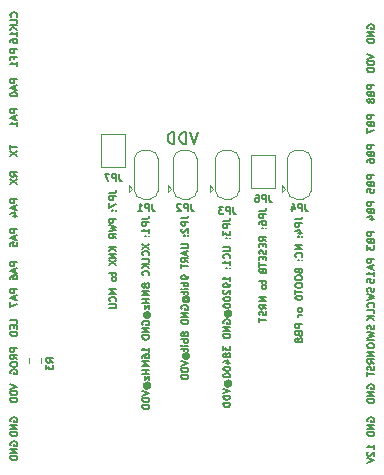
<source format=gbr>
%TF.GenerationSoftware,KiCad,Pcbnew,6.0.6*%
%TF.CreationDate,2022-11-11T11:54:06+01:00*%
%TF.ProjectId,KnxBoard,4b6e7842-6f61-4726-942e-6b696361645f,rev?*%
%TF.SameCoordinates,Original*%
%TF.FileFunction,Legend,Bot*%
%TF.FilePolarity,Positive*%
%FSLAX46Y46*%
G04 Gerber Fmt 4.6, Leading zero omitted, Abs format (unit mm)*
G04 Created by KiCad (PCBNEW 6.0.6) date 2022-11-11 11:54:06*
%MOMM*%
%LPD*%
G01*
G04 APERTURE LIST*
%ADD10C,0.150000*%
%ADD11C,0.120000*%
G04 APERTURE END LIST*
D10*
X112193428Y-52812000D02*
X112622000Y-52812000D01*
X112707714Y-52783428D01*
X112764857Y-52726285D01*
X112793428Y-52640571D01*
X112793428Y-52583428D01*
X112793428Y-53097714D02*
X112193428Y-53097714D01*
X112193428Y-53326285D01*
X112222000Y-53383428D01*
X112250571Y-53412000D01*
X112307714Y-53440571D01*
X112393428Y-53440571D01*
X112450571Y-53412000D01*
X112479142Y-53383428D01*
X112507714Y-53326285D01*
X112507714Y-53097714D01*
X112393428Y-53954857D02*
X112793428Y-53954857D01*
X112164857Y-53812000D02*
X112593428Y-53669142D01*
X112593428Y-54040571D01*
X112736285Y-54269142D02*
X112764857Y-54297714D01*
X112793428Y-54269142D01*
X112764857Y-54240571D01*
X112736285Y-54269142D01*
X112793428Y-54269142D01*
X112422000Y-54269142D02*
X112450571Y-54297714D01*
X112479142Y-54269142D01*
X112450571Y-54240571D01*
X112422000Y-54269142D01*
X112479142Y-54269142D01*
X112793428Y-55012000D02*
X112193428Y-55012000D01*
X112793428Y-55354857D01*
X112193428Y-55354857D01*
X112736285Y-55983428D02*
X112764857Y-55954857D01*
X112793428Y-55869142D01*
X112793428Y-55812000D01*
X112764857Y-55726285D01*
X112707714Y-55669142D01*
X112650571Y-55640571D01*
X112536285Y-55612000D01*
X112450571Y-55612000D01*
X112336285Y-55640571D01*
X112279142Y-55669142D01*
X112222000Y-55726285D01*
X112193428Y-55812000D01*
X112193428Y-55869142D01*
X112222000Y-55954857D01*
X112250571Y-55983428D01*
X112736285Y-56240571D02*
X112764857Y-56269142D01*
X112793428Y-56240571D01*
X112764857Y-56212000D01*
X112736285Y-56240571D01*
X112793428Y-56240571D01*
X112422000Y-56240571D02*
X112450571Y-56269142D01*
X112479142Y-56240571D01*
X112450571Y-56212000D01*
X112422000Y-56240571D01*
X112479142Y-56240571D01*
X112479142Y-57183428D02*
X112507714Y-57269142D01*
X112536285Y-57297714D01*
X112593428Y-57326285D01*
X112679142Y-57326285D01*
X112736285Y-57297714D01*
X112764857Y-57269142D01*
X112793428Y-57212000D01*
X112793428Y-56983428D01*
X112193428Y-56983428D01*
X112193428Y-57183428D01*
X112222000Y-57240571D01*
X112250571Y-57269142D01*
X112307714Y-57297714D01*
X112364857Y-57297714D01*
X112422000Y-57269142D01*
X112450571Y-57240571D01*
X112479142Y-57183428D01*
X112479142Y-56983428D01*
X112193428Y-57697714D02*
X112193428Y-57812000D01*
X112222000Y-57869142D01*
X112279142Y-57926285D01*
X112393428Y-57954857D01*
X112593428Y-57954857D01*
X112707714Y-57926285D01*
X112764857Y-57869142D01*
X112793428Y-57812000D01*
X112793428Y-57697714D01*
X112764857Y-57640571D01*
X112707714Y-57583428D01*
X112593428Y-57554857D01*
X112393428Y-57554857D01*
X112279142Y-57583428D01*
X112222000Y-57640571D01*
X112193428Y-57697714D01*
X112193428Y-58326285D02*
X112193428Y-58440571D01*
X112222000Y-58497714D01*
X112279142Y-58554857D01*
X112393428Y-58583428D01*
X112593428Y-58583428D01*
X112707714Y-58554857D01*
X112764857Y-58497714D01*
X112793428Y-58440571D01*
X112793428Y-58326285D01*
X112764857Y-58269142D01*
X112707714Y-58212000D01*
X112593428Y-58183428D01*
X112393428Y-58183428D01*
X112279142Y-58212000D01*
X112222000Y-58269142D01*
X112193428Y-58326285D01*
X112193428Y-58754857D02*
X112193428Y-59097714D01*
X112793428Y-58926285D02*
X112193428Y-58926285D01*
X112193428Y-59412000D02*
X112193428Y-59469142D01*
X112222000Y-59526285D01*
X112250571Y-59554857D01*
X112307714Y-59583428D01*
X112422000Y-59612000D01*
X112564857Y-59612000D01*
X112679142Y-59583428D01*
X112736285Y-59554857D01*
X112764857Y-59526285D01*
X112793428Y-59469142D01*
X112793428Y-59412000D01*
X112764857Y-59354857D01*
X112736285Y-59326285D01*
X112679142Y-59297714D01*
X112564857Y-59269142D01*
X112422000Y-59269142D01*
X112307714Y-59297714D01*
X112250571Y-59326285D01*
X112222000Y-59354857D01*
X112193428Y-59412000D01*
X112793428Y-60412000D02*
X112764857Y-60354857D01*
X112736285Y-60326285D01*
X112679142Y-60297714D01*
X112507714Y-60297714D01*
X112450571Y-60326285D01*
X112422000Y-60354857D01*
X112393428Y-60412000D01*
X112393428Y-60497714D01*
X112422000Y-60554857D01*
X112450571Y-60583428D01*
X112507714Y-60612000D01*
X112679142Y-60612000D01*
X112736285Y-60583428D01*
X112764857Y-60554857D01*
X112793428Y-60497714D01*
X112793428Y-60412000D01*
X112793428Y-60869142D02*
X112393428Y-60869142D01*
X112507714Y-60869142D02*
X112450571Y-60897714D01*
X112422000Y-60926285D01*
X112393428Y-60983428D01*
X112393428Y-61040571D01*
X112793428Y-61697714D02*
X112193428Y-61697714D01*
X112193428Y-61926285D01*
X112222000Y-61983428D01*
X112250571Y-62012000D01*
X112307714Y-62040571D01*
X112393428Y-62040571D01*
X112450571Y-62012000D01*
X112479142Y-61983428D01*
X112507714Y-61926285D01*
X112507714Y-61697714D01*
X112479142Y-62497714D02*
X112507714Y-62583428D01*
X112536285Y-62612000D01*
X112593428Y-62640571D01*
X112679142Y-62640571D01*
X112736285Y-62612000D01*
X112764857Y-62583428D01*
X112793428Y-62526285D01*
X112793428Y-62297714D01*
X112193428Y-62297714D01*
X112193428Y-62497714D01*
X112222000Y-62554857D01*
X112250571Y-62583428D01*
X112307714Y-62612000D01*
X112364857Y-62612000D01*
X112422000Y-62583428D01*
X112450571Y-62554857D01*
X112479142Y-62497714D01*
X112479142Y-62297714D01*
X112450571Y-62983428D02*
X112422000Y-62926285D01*
X112393428Y-62897714D01*
X112336285Y-62869142D01*
X112307714Y-62869142D01*
X112250571Y-62897714D01*
X112222000Y-62926285D01*
X112193428Y-62983428D01*
X112193428Y-63097714D01*
X112222000Y-63154857D01*
X112250571Y-63183428D01*
X112307714Y-63212000D01*
X112336285Y-63212000D01*
X112393428Y-63183428D01*
X112422000Y-63154857D01*
X112450571Y-63097714D01*
X112450571Y-62983428D01*
X112479142Y-62926285D01*
X112507714Y-62897714D01*
X112564857Y-62869142D01*
X112679142Y-62869142D01*
X112736285Y-62897714D01*
X112764857Y-62926285D01*
X112793428Y-62983428D01*
X112793428Y-63097714D01*
X112764857Y-63154857D01*
X112736285Y-63183428D01*
X112679142Y-63212000D01*
X112564857Y-63212000D01*
X112507714Y-63183428D01*
X112479142Y-63154857D01*
X112450571Y-63097714D01*
X109145428Y-52084857D02*
X109574000Y-52084857D01*
X109659714Y-52056285D01*
X109716857Y-51999142D01*
X109745428Y-51913428D01*
X109745428Y-51856285D01*
X109745428Y-52370571D02*
X109145428Y-52370571D01*
X109145428Y-52599142D01*
X109174000Y-52656285D01*
X109202571Y-52684857D01*
X109259714Y-52713428D01*
X109345428Y-52713428D01*
X109402571Y-52684857D01*
X109431142Y-52656285D01*
X109459714Y-52599142D01*
X109459714Y-52370571D01*
X109145428Y-53227714D02*
X109145428Y-53113428D01*
X109174000Y-53056285D01*
X109202571Y-53027714D01*
X109288285Y-52970571D01*
X109402571Y-52942000D01*
X109631142Y-52942000D01*
X109688285Y-52970571D01*
X109716857Y-52999142D01*
X109745428Y-53056285D01*
X109745428Y-53170571D01*
X109716857Y-53227714D01*
X109688285Y-53256285D01*
X109631142Y-53284857D01*
X109488285Y-53284857D01*
X109431142Y-53256285D01*
X109402571Y-53227714D01*
X109374000Y-53170571D01*
X109374000Y-53056285D01*
X109402571Y-52999142D01*
X109431142Y-52970571D01*
X109488285Y-52942000D01*
X109688285Y-53542000D02*
X109716857Y-53570571D01*
X109745428Y-53542000D01*
X109716857Y-53513428D01*
X109688285Y-53542000D01*
X109745428Y-53542000D01*
X109374000Y-53542000D02*
X109402571Y-53570571D01*
X109431142Y-53542000D01*
X109402571Y-53513428D01*
X109374000Y-53542000D01*
X109431142Y-53542000D01*
X109745428Y-54627714D02*
X109459714Y-54427714D01*
X109745428Y-54284857D02*
X109145428Y-54284857D01*
X109145428Y-54513428D01*
X109174000Y-54570571D01*
X109202571Y-54599142D01*
X109259714Y-54627714D01*
X109345428Y-54627714D01*
X109402571Y-54599142D01*
X109431142Y-54570571D01*
X109459714Y-54513428D01*
X109459714Y-54284857D01*
X109431142Y-54884857D02*
X109431142Y-55084857D01*
X109745428Y-55170571D02*
X109745428Y-54884857D01*
X109145428Y-54884857D01*
X109145428Y-55170571D01*
X109716857Y-55399142D02*
X109745428Y-55484857D01*
X109745428Y-55627714D01*
X109716857Y-55684857D01*
X109688285Y-55713428D01*
X109631142Y-55742000D01*
X109574000Y-55742000D01*
X109516857Y-55713428D01*
X109488285Y-55684857D01*
X109459714Y-55627714D01*
X109431142Y-55513428D01*
X109402571Y-55456285D01*
X109374000Y-55427714D01*
X109316857Y-55399142D01*
X109259714Y-55399142D01*
X109202571Y-55427714D01*
X109174000Y-55456285D01*
X109145428Y-55513428D01*
X109145428Y-55656285D01*
X109174000Y-55742000D01*
X109431142Y-55999142D02*
X109431142Y-56199142D01*
X109745428Y-56284857D02*
X109745428Y-55999142D01*
X109145428Y-55999142D01*
X109145428Y-56284857D01*
X109145428Y-56456285D02*
X109145428Y-56799142D01*
X109745428Y-56627714D02*
X109145428Y-56627714D01*
X109431142Y-57199142D02*
X109459714Y-57284857D01*
X109488285Y-57313428D01*
X109545428Y-57342000D01*
X109631142Y-57342000D01*
X109688285Y-57313428D01*
X109716857Y-57284857D01*
X109745428Y-57227714D01*
X109745428Y-56999142D01*
X109145428Y-56999142D01*
X109145428Y-57199142D01*
X109174000Y-57256285D01*
X109202571Y-57284857D01*
X109259714Y-57313428D01*
X109316857Y-57313428D01*
X109374000Y-57284857D01*
X109402571Y-57256285D01*
X109431142Y-57199142D01*
X109431142Y-56999142D01*
X109345428Y-57970571D02*
X109345428Y-58199142D01*
X109145428Y-58056285D02*
X109659714Y-58056285D01*
X109716857Y-58084857D01*
X109745428Y-58142000D01*
X109745428Y-58199142D01*
X109745428Y-58484857D02*
X109716857Y-58427714D01*
X109688285Y-58399142D01*
X109631142Y-58370571D01*
X109459714Y-58370571D01*
X109402571Y-58399142D01*
X109374000Y-58427714D01*
X109345428Y-58484857D01*
X109345428Y-58570571D01*
X109374000Y-58627714D01*
X109402571Y-58656285D01*
X109459714Y-58684857D01*
X109631142Y-58684857D01*
X109688285Y-58656285D01*
X109716857Y-58627714D01*
X109745428Y-58570571D01*
X109745428Y-58484857D01*
X109745428Y-59399142D02*
X109145428Y-59399142D01*
X109745428Y-59742000D01*
X109145428Y-59742000D01*
X109745428Y-60370571D02*
X109459714Y-60170571D01*
X109745428Y-60027714D02*
X109145428Y-60027714D01*
X109145428Y-60256285D01*
X109174000Y-60313428D01*
X109202571Y-60342000D01*
X109259714Y-60370571D01*
X109345428Y-60370571D01*
X109402571Y-60342000D01*
X109431142Y-60313428D01*
X109459714Y-60256285D01*
X109459714Y-60027714D01*
X109716857Y-60599142D02*
X109745428Y-60684857D01*
X109745428Y-60827714D01*
X109716857Y-60884857D01*
X109688285Y-60913428D01*
X109631142Y-60942000D01*
X109574000Y-60942000D01*
X109516857Y-60913428D01*
X109488285Y-60884857D01*
X109459714Y-60827714D01*
X109431142Y-60713428D01*
X109402571Y-60656285D01*
X109374000Y-60627714D01*
X109316857Y-60599142D01*
X109259714Y-60599142D01*
X109202571Y-60627714D01*
X109174000Y-60656285D01*
X109145428Y-60713428D01*
X109145428Y-60856285D01*
X109174000Y-60942000D01*
X109145428Y-61113428D02*
X109145428Y-61456285D01*
X109745428Y-61284857D02*
X109145428Y-61284857D01*
X106097428Y-52934571D02*
X106526000Y-52934571D01*
X106611714Y-52906000D01*
X106668857Y-52848857D01*
X106697428Y-52763142D01*
X106697428Y-52706000D01*
X106697428Y-53220285D02*
X106097428Y-53220285D01*
X106097428Y-53448857D01*
X106126000Y-53506000D01*
X106154571Y-53534571D01*
X106211714Y-53563142D01*
X106297428Y-53563142D01*
X106354571Y-53534571D01*
X106383142Y-53506000D01*
X106411714Y-53448857D01*
X106411714Y-53220285D01*
X106097428Y-53763142D02*
X106097428Y-54134571D01*
X106326000Y-53934571D01*
X106326000Y-54020285D01*
X106354571Y-54077428D01*
X106383142Y-54106000D01*
X106440285Y-54134571D01*
X106583142Y-54134571D01*
X106640285Y-54106000D01*
X106668857Y-54077428D01*
X106697428Y-54020285D01*
X106697428Y-53848857D01*
X106668857Y-53791714D01*
X106640285Y-53763142D01*
X106640285Y-54391714D02*
X106668857Y-54420285D01*
X106697428Y-54391714D01*
X106668857Y-54363142D01*
X106640285Y-54391714D01*
X106697428Y-54391714D01*
X106326000Y-54391714D02*
X106354571Y-54420285D01*
X106383142Y-54391714D01*
X106354571Y-54363142D01*
X106326000Y-54391714D01*
X106383142Y-54391714D01*
X106097428Y-55134571D02*
X106583142Y-55134571D01*
X106640285Y-55163142D01*
X106668857Y-55191714D01*
X106697428Y-55248857D01*
X106697428Y-55363142D01*
X106668857Y-55420285D01*
X106640285Y-55448857D01*
X106583142Y-55477428D01*
X106097428Y-55477428D01*
X106640285Y-56106000D02*
X106668857Y-56077428D01*
X106697428Y-55991714D01*
X106697428Y-55934571D01*
X106668857Y-55848857D01*
X106611714Y-55791714D01*
X106554571Y-55763142D01*
X106440285Y-55734571D01*
X106354571Y-55734571D01*
X106240285Y-55763142D01*
X106183142Y-55791714D01*
X106126000Y-55848857D01*
X106097428Y-55934571D01*
X106097428Y-55991714D01*
X106126000Y-56077428D01*
X106154571Y-56106000D01*
X106697428Y-56677428D02*
X106697428Y-56334571D01*
X106697428Y-56506000D02*
X106097428Y-56506000D01*
X106183142Y-56448857D01*
X106240285Y-56391714D01*
X106268857Y-56334571D01*
X106640285Y-56934571D02*
X106668857Y-56963142D01*
X106697428Y-56934571D01*
X106668857Y-56906000D01*
X106640285Y-56934571D01*
X106697428Y-56934571D01*
X106326000Y-56934571D02*
X106354571Y-56963142D01*
X106383142Y-56934571D01*
X106354571Y-56906000D01*
X106326000Y-56934571D01*
X106383142Y-56934571D01*
X106697428Y-57991714D02*
X106697428Y-57648857D01*
X106697428Y-57820285D02*
X106097428Y-57820285D01*
X106183142Y-57763142D01*
X106240285Y-57706000D01*
X106268857Y-57648857D01*
X106697428Y-58277428D02*
X106697428Y-58391714D01*
X106668857Y-58448857D01*
X106640285Y-58477428D01*
X106554571Y-58534571D01*
X106440285Y-58563142D01*
X106211714Y-58563142D01*
X106154571Y-58534571D01*
X106126000Y-58506000D01*
X106097428Y-58448857D01*
X106097428Y-58334571D01*
X106126000Y-58277428D01*
X106154571Y-58248857D01*
X106211714Y-58220285D01*
X106354571Y-58220285D01*
X106411714Y-58248857D01*
X106440285Y-58277428D01*
X106468857Y-58334571D01*
X106468857Y-58448857D01*
X106440285Y-58506000D01*
X106411714Y-58534571D01*
X106354571Y-58563142D01*
X106154571Y-58791714D02*
X106126000Y-58820285D01*
X106097428Y-58877428D01*
X106097428Y-59020285D01*
X106126000Y-59077428D01*
X106154571Y-59106000D01*
X106211714Y-59134571D01*
X106268857Y-59134571D01*
X106354571Y-59106000D01*
X106697428Y-58763142D01*
X106697428Y-59134571D01*
X106097428Y-59506000D02*
X106097428Y-59563142D01*
X106126000Y-59620285D01*
X106154571Y-59648857D01*
X106211714Y-59677428D01*
X106326000Y-59706000D01*
X106468857Y-59706000D01*
X106583142Y-59677428D01*
X106640285Y-59648857D01*
X106668857Y-59620285D01*
X106697428Y-59563142D01*
X106697428Y-59506000D01*
X106668857Y-59448857D01*
X106640285Y-59420285D01*
X106583142Y-59391714D01*
X106468857Y-59363142D01*
X106326000Y-59363142D01*
X106211714Y-59391714D01*
X106154571Y-59420285D01*
X106126000Y-59448857D01*
X106097428Y-59506000D01*
X106097428Y-60077428D02*
X106097428Y-60134571D01*
X106126000Y-60191714D01*
X106154571Y-60220285D01*
X106211714Y-60248857D01*
X106326000Y-60277428D01*
X106468857Y-60277428D01*
X106583142Y-60248857D01*
X106640285Y-60220285D01*
X106668857Y-60191714D01*
X106697428Y-60134571D01*
X106697428Y-60077428D01*
X106668857Y-60020285D01*
X106640285Y-59991714D01*
X106583142Y-59963142D01*
X106468857Y-59934571D01*
X106326000Y-59934571D01*
X106211714Y-59963142D01*
X106154571Y-59991714D01*
X106126000Y-60020285D01*
X106097428Y-60077428D01*
X106411714Y-60906000D02*
X106383142Y-60877428D01*
X106354571Y-60820285D01*
X106354571Y-60763142D01*
X106383142Y-60706000D01*
X106411714Y-60677428D01*
X106468857Y-60648857D01*
X106526000Y-60648857D01*
X106583142Y-60677428D01*
X106611714Y-60706000D01*
X106640285Y-60763142D01*
X106640285Y-60820285D01*
X106611714Y-60877428D01*
X106583142Y-60906000D01*
X106354571Y-60906000D02*
X106583142Y-60906000D01*
X106611714Y-60934571D01*
X106611714Y-60963142D01*
X106583142Y-61020285D01*
X106526000Y-61048857D01*
X106383142Y-61048857D01*
X106297428Y-60991714D01*
X106240285Y-60906000D01*
X106211714Y-60791714D01*
X106240285Y-60677428D01*
X106297428Y-60591714D01*
X106383142Y-60534571D01*
X106497428Y-60506000D01*
X106611714Y-60534571D01*
X106697428Y-60591714D01*
X106754571Y-60677428D01*
X106783142Y-60791714D01*
X106754571Y-60906000D01*
X106697428Y-60991714D01*
X106126000Y-61620285D02*
X106097428Y-61563142D01*
X106097428Y-61477428D01*
X106126000Y-61391714D01*
X106183142Y-61334571D01*
X106240285Y-61305999D01*
X106354571Y-61277428D01*
X106440285Y-61277428D01*
X106554571Y-61305999D01*
X106611714Y-61334571D01*
X106668857Y-61391714D01*
X106697428Y-61477428D01*
X106697428Y-61534571D01*
X106668857Y-61620285D01*
X106640285Y-61648857D01*
X106440285Y-61648857D01*
X106440285Y-61534571D01*
X106697428Y-61905999D02*
X106097428Y-61905999D01*
X106697428Y-62248857D01*
X106097428Y-62248857D01*
X106697428Y-62534571D02*
X106097428Y-62534571D01*
X106097428Y-62677428D01*
X106126000Y-62763142D01*
X106183142Y-62820285D01*
X106240285Y-62848857D01*
X106354571Y-62877428D01*
X106440285Y-62877428D01*
X106554571Y-62848857D01*
X106611714Y-62820285D01*
X106668857Y-62763142D01*
X106697428Y-62677428D01*
X106697428Y-62534571D01*
X106097428Y-63534571D02*
X106097428Y-63905999D01*
X106326000Y-63705999D01*
X106326000Y-63791714D01*
X106354571Y-63848857D01*
X106383142Y-63877428D01*
X106440285Y-63905999D01*
X106583142Y-63905999D01*
X106640285Y-63877428D01*
X106668857Y-63848857D01*
X106697428Y-63791714D01*
X106697428Y-63620285D01*
X106668857Y-63563142D01*
X106640285Y-63534571D01*
X106354571Y-64248857D02*
X106326000Y-64191714D01*
X106297428Y-64163142D01*
X106240285Y-64134571D01*
X106211714Y-64134571D01*
X106154571Y-64163142D01*
X106126000Y-64191714D01*
X106097428Y-64248857D01*
X106097428Y-64363142D01*
X106126000Y-64420285D01*
X106154571Y-64448857D01*
X106211714Y-64477428D01*
X106240285Y-64477428D01*
X106297428Y-64448857D01*
X106326000Y-64420285D01*
X106354571Y-64363142D01*
X106354571Y-64248857D01*
X106383142Y-64191714D01*
X106411714Y-64163142D01*
X106468857Y-64134571D01*
X106583142Y-64134571D01*
X106640285Y-64163142D01*
X106668857Y-64191714D01*
X106697428Y-64248857D01*
X106697428Y-64363142D01*
X106668857Y-64420285D01*
X106640285Y-64448857D01*
X106583142Y-64477428D01*
X106468857Y-64477428D01*
X106411714Y-64448857D01*
X106383142Y-64420285D01*
X106354571Y-64363142D01*
X106297428Y-64991714D02*
X106697428Y-64991714D01*
X106068857Y-64848857D02*
X106497428Y-64705999D01*
X106497428Y-65077428D01*
X106097428Y-65420285D02*
X106097428Y-65477428D01*
X106126000Y-65534571D01*
X106154571Y-65563142D01*
X106211714Y-65591714D01*
X106326000Y-65620285D01*
X106468857Y-65620285D01*
X106583142Y-65591714D01*
X106640285Y-65563142D01*
X106668857Y-65534571D01*
X106697428Y-65477428D01*
X106697428Y-65420285D01*
X106668857Y-65363142D01*
X106640285Y-65334571D01*
X106583142Y-65305999D01*
X106468857Y-65277428D01*
X106326000Y-65277428D01*
X106211714Y-65305999D01*
X106154571Y-65334571D01*
X106126000Y-65363142D01*
X106097428Y-65420285D01*
X106097428Y-65991714D02*
X106097428Y-66048857D01*
X106126000Y-66105999D01*
X106154571Y-66134571D01*
X106211714Y-66163142D01*
X106326000Y-66191714D01*
X106468857Y-66191714D01*
X106583142Y-66163142D01*
X106640285Y-66134571D01*
X106668857Y-66105999D01*
X106697428Y-66048857D01*
X106697428Y-65991714D01*
X106668857Y-65934571D01*
X106640285Y-65905999D01*
X106583142Y-65877428D01*
X106468857Y-65848857D01*
X106326000Y-65848857D01*
X106211714Y-65877428D01*
X106154571Y-65905999D01*
X106126000Y-65934571D01*
X106097428Y-65991714D01*
X106411714Y-66820285D02*
X106383142Y-66791714D01*
X106354571Y-66734571D01*
X106354571Y-66677428D01*
X106383142Y-66620285D01*
X106411714Y-66591714D01*
X106468857Y-66563142D01*
X106526000Y-66563142D01*
X106583142Y-66591714D01*
X106611714Y-66620285D01*
X106640285Y-66677428D01*
X106640285Y-66734571D01*
X106611714Y-66791714D01*
X106583142Y-66820285D01*
X106354571Y-66820285D02*
X106583142Y-66820285D01*
X106611714Y-66848857D01*
X106611714Y-66877428D01*
X106583142Y-66934571D01*
X106526000Y-66963142D01*
X106383142Y-66963142D01*
X106297428Y-66905999D01*
X106240285Y-66820285D01*
X106211714Y-66705999D01*
X106240285Y-66591714D01*
X106297428Y-66505999D01*
X106383142Y-66448857D01*
X106497428Y-66420285D01*
X106611714Y-66448857D01*
X106697428Y-66505999D01*
X106754571Y-66591714D01*
X106783142Y-66705999D01*
X106754571Y-66820285D01*
X106697428Y-66905999D01*
X106097428Y-67134571D02*
X106697428Y-67334571D01*
X106097428Y-67534571D01*
X106697428Y-67734571D02*
X106097428Y-67734571D01*
X106097428Y-67877428D01*
X106126000Y-67963142D01*
X106183142Y-68020285D01*
X106240285Y-68048857D01*
X106354571Y-68077428D01*
X106440285Y-68077428D01*
X106554571Y-68048857D01*
X106611714Y-68020285D01*
X106668857Y-67963142D01*
X106697428Y-67877428D01*
X106697428Y-67734571D01*
X106697428Y-68334571D02*
X106097428Y-68334571D01*
X106097428Y-68477428D01*
X106126000Y-68563142D01*
X106183142Y-68620285D01*
X106240285Y-68648857D01*
X106354571Y-68677428D01*
X106440285Y-68677428D01*
X106554571Y-68648857D01*
X106611714Y-68620285D01*
X106668857Y-68563142D01*
X106697428Y-68477428D01*
X106697428Y-68334571D01*
X102541428Y-52721714D02*
X102970000Y-52721714D01*
X103055714Y-52693142D01*
X103112857Y-52636000D01*
X103141428Y-52550285D01*
X103141428Y-52493142D01*
X103141428Y-53007428D02*
X102541428Y-53007428D01*
X102541428Y-53236000D01*
X102570000Y-53293142D01*
X102598571Y-53321714D01*
X102655714Y-53350285D01*
X102741428Y-53350285D01*
X102798571Y-53321714D01*
X102827142Y-53293142D01*
X102855714Y-53236000D01*
X102855714Y-53007428D01*
X102598571Y-53578857D02*
X102570000Y-53607428D01*
X102541428Y-53664571D01*
X102541428Y-53807428D01*
X102570000Y-53864571D01*
X102598571Y-53893142D01*
X102655714Y-53921714D01*
X102712857Y-53921714D01*
X102798571Y-53893142D01*
X103141428Y-53550285D01*
X103141428Y-53921714D01*
X103084285Y-54178857D02*
X103112857Y-54207428D01*
X103141428Y-54178857D01*
X103112857Y-54150285D01*
X103084285Y-54178857D01*
X103141428Y-54178857D01*
X102770000Y-54178857D02*
X102798571Y-54207428D01*
X102827142Y-54178857D01*
X102798571Y-54150285D01*
X102770000Y-54178857D01*
X102827142Y-54178857D01*
X102541428Y-54921714D02*
X103027142Y-54921714D01*
X103084285Y-54950285D01*
X103112857Y-54978857D01*
X103141428Y-55036000D01*
X103141428Y-55150285D01*
X103112857Y-55207428D01*
X103084285Y-55236000D01*
X103027142Y-55264571D01*
X102541428Y-55264571D01*
X102970000Y-55521714D02*
X102970000Y-55807428D01*
X103141428Y-55464571D02*
X102541428Y-55664571D01*
X103141428Y-55864571D01*
X103141428Y-56407428D02*
X102855714Y-56207428D01*
X103141428Y-56064571D02*
X102541428Y-56064571D01*
X102541428Y-56293142D01*
X102570000Y-56350285D01*
X102598571Y-56378857D01*
X102655714Y-56407428D01*
X102741428Y-56407428D01*
X102798571Y-56378857D01*
X102827142Y-56350285D01*
X102855714Y-56293142D01*
X102855714Y-56064571D01*
X102541428Y-56578857D02*
X102541428Y-56921714D01*
X103141428Y-56750285D02*
X102541428Y-56750285D01*
X103141428Y-57607428D02*
X103141428Y-57721714D01*
X103112857Y-57778857D01*
X103084285Y-57807428D01*
X102998571Y-57864571D01*
X102884285Y-57893142D01*
X102655714Y-57893142D01*
X102598571Y-57864571D01*
X102570000Y-57836000D01*
X102541428Y-57778857D01*
X102541428Y-57664571D01*
X102570000Y-57607428D01*
X102598571Y-57578857D01*
X102655714Y-57550285D01*
X102798571Y-57550285D01*
X102855714Y-57578857D01*
X102884285Y-57607428D01*
X102912857Y-57664571D01*
X102912857Y-57778857D01*
X102884285Y-57836000D01*
X102855714Y-57864571D01*
X102798571Y-57893142D01*
X103141428Y-58150285D02*
X102541428Y-58150285D01*
X102770000Y-58150285D02*
X102741428Y-58207428D01*
X102741428Y-58321714D01*
X102770000Y-58378857D01*
X102798571Y-58407428D01*
X102855714Y-58436000D01*
X103027142Y-58436000D01*
X103084285Y-58407428D01*
X103112857Y-58378857D01*
X103141428Y-58321714D01*
X103141428Y-58207428D01*
X103112857Y-58150285D01*
X103141428Y-58693142D02*
X102741428Y-58693142D01*
X102541428Y-58693142D02*
X102570000Y-58664571D01*
X102598571Y-58693142D01*
X102570000Y-58721714D01*
X102541428Y-58693142D01*
X102598571Y-58693142D01*
X102741428Y-58893142D02*
X102741428Y-59121714D01*
X102541428Y-58978857D02*
X103055714Y-58978857D01*
X103112857Y-59007428D01*
X103141428Y-59064571D01*
X103141428Y-59121714D01*
X102855714Y-59693142D02*
X102827142Y-59664571D01*
X102798571Y-59607428D01*
X102798571Y-59550285D01*
X102827142Y-59493142D01*
X102855714Y-59464571D01*
X102912857Y-59436000D01*
X102970000Y-59436000D01*
X103027142Y-59464571D01*
X103055714Y-59493142D01*
X103084285Y-59550285D01*
X103084285Y-59607428D01*
X103055714Y-59664571D01*
X103027142Y-59693142D01*
X102798571Y-59693142D02*
X103027142Y-59693142D01*
X103055714Y-59721714D01*
X103055714Y-59750285D01*
X103027142Y-59807428D01*
X102970000Y-59836000D01*
X102827142Y-59836000D01*
X102741428Y-59778857D01*
X102684285Y-59693142D01*
X102655714Y-59578857D01*
X102684285Y-59464571D01*
X102741428Y-59378857D01*
X102827142Y-59321714D01*
X102941428Y-59293142D01*
X103055714Y-59321714D01*
X103141428Y-59378857D01*
X103198571Y-59464571D01*
X103227142Y-59578857D01*
X103198571Y-59693142D01*
X103141428Y-59778857D01*
X102570000Y-60407428D02*
X102541428Y-60350285D01*
X102541428Y-60264571D01*
X102570000Y-60178857D01*
X102627142Y-60121714D01*
X102684285Y-60093142D01*
X102798571Y-60064571D01*
X102884285Y-60064571D01*
X102998571Y-60093142D01*
X103055714Y-60121714D01*
X103112857Y-60178857D01*
X103141428Y-60264571D01*
X103141428Y-60321714D01*
X103112857Y-60407428D01*
X103084285Y-60436000D01*
X102884285Y-60436000D01*
X102884285Y-60321714D01*
X103141428Y-60693142D02*
X102541428Y-60693142D01*
X103141428Y-61036000D01*
X102541428Y-61036000D01*
X103141428Y-61321714D02*
X102541428Y-61321714D01*
X102541428Y-61464571D01*
X102570000Y-61550285D01*
X102627142Y-61607428D01*
X102684285Y-61636000D01*
X102798571Y-61664571D01*
X102884285Y-61664571D01*
X102998571Y-61636000D01*
X103055714Y-61607428D01*
X103112857Y-61550285D01*
X103141428Y-61464571D01*
X103141428Y-61321714D01*
X102798571Y-62464571D02*
X102770000Y-62407428D01*
X102741428Y-62378857D01*
X102684285Y-62350285D01*
X102655714Y-62350285D01*
X102598571Y-62378857D01*
X102570000Y-62407428D01*
X102541428Y-62464571D01*
X102541428Y-62578857D01*
X102570000Y-62636000D01*
X102598571Y-62664571D01*
X102655714Y-62693142D01*
X102684285Y-62693142D01*
X102741428Y-62664571D01*
X102770000Y-62636000D01*
X102798571Y-62578857D01*
X102798571Y-62464571D01*
X102827142Y-62407428D01*
X102855714Y-62378857D01*
X102912857Y-62350285D01*
X103027142Y-62350285D01*
X103084285Y-62378857D01*
X103112857Y-62407428D01*
X103141428Y-62464571D01*
X103141428Y-62578857D01*
X103112857Y-62636000D01*
X103084285Y-62664571D01*
X103027142Y-62693142D01*
X102912857Y-62693142D01*
X102855714Y-62664571D01*
X102827142Y-62636000D01*
X102798571Y-62578857D01*
X103141428Y-62950285D02*
X102541428Y-62950285D01*
X102770000Y-62950285D02*
X102741428Y-63007428D01*
X102741428Y-63121714D01*
X102770000Y-63178857D01*
X102798571Y-63207428D01*
X102855714Y-63236000D01*
X103027142Y-63236000D01*
X103084285Y-63207428D01*
X103112857Y-63178857D01*
X103141428Y-63121714D01*
X103141428Y-63007428D01*
X103112857Y-62950285D01*
X103141428Y-63493142D02*
X102741428Y-63493142D01*
X102541428Y-63493142D02*
X102570000Y-63464571D01*
X102598571Y-63493142D01*
X102570000Y-63521714D01*
X102541428Y-63493142D01*
X102598571Y-63493142D01*
X102741428Y-63693142D02*
X102741428Y-63921714D01*
X102541428Y-63778857D02*
X103055714Y-63778857D01*
X103112857Y-63807428D01*
X103141428Y-63864571D01*
X103141428Y-63921714D01*
X102855714Y-64493142D02*
X102827142Y-64464571D01*
X102798571Y-64407428D01*
X102798571Y-64350285D01*
X102827142Y-64293142D01*
X102855714Y-64264571D01*
X102912857Y-64236000D01*
X102970000Y-64236000D01*
X103027142Y-64264571D01*
X103055714Y-64293142D01*
X103084285Y-64350285D01*
X103084285Y-64407428D01*
X103055714Y-64464571D01*
X103027142Y-64493142D01*
X102798571Y-64493142D02*
X103027142Y-64493142D01*
X103055714Y-64521714D01*
X103055714Y-64550285D01*
X103027142Y-64607428D01*
X102970000Y-64636000D01*
X102827142Y-64636000D01*
X102741428Y-64578857D01*
X102684285Y-64493142D01*
X102655714Y-64378857D01*
X102684285Y-64264571D01*
X102741428Y-64178857D01*
X102827142Y-64121714D01*
X102941428Y-64093142D01*
X103055714Y-64121714D01*
X103141428Y-64178857D01*
X103198571Y-64264571D01*
X103227142Y-64378857D01*
X103198571Y-64493142D01*
X103141428Y-64578857D01*
X102541428Y-64807428D02*
X103141428Y-65007428D01*
X102541428Y-65207428D01*
X103141428Y-65407428D02*
X102541428Y-65407428D01*
X102541428Y-65550285D01*
X102570000Y-65636000D01*
X102627142Y-65693142D01*
X102684285Y-65721714D01*
X102798571Y-65750285D01*
X102884285Y-65750285D01*
X102998571Y-65721714D01*
X103055714Y-65693142D01*
X103112857Y-65636000D01*
X103141428Y-65550285D01*
X103141428Y-65407428D01*
X103141428Y-66007428D02*
X102541428Y-66007428D01*
X102541428Y-66150285D01*
X102570000Y-66236000D01*
X102627142Y-66293142D01*
X102684285Y-66321714D01*
X102798571Y-66350285D01*
X102884285Y-66350285D01*
X102998571Y-66321714D01*
X103055714Y-66293142D01*
X103112857Y-66236000D01*
X103141428Y-66150285D01*
X103141428Y-66007428D01*
X103949333Y-45426380D02*
X103616000Y-46426380D01*
X103282666Y-45426380D01*
X102949333Y-46426380D02*
X102949333Y-45426380D01*
X102711238Y-45426380D01*
X102568380Y-45474000D01*
X102473142Y-45569238D01*
X102425523Y-45664476D01*
X102377904Y-45854952D01*
X102377904Y-45997809D01*
X102425523Y-46188285D01*
X102473142Y-46283523D01*
X102568380Y-46378761D01*
X102711238Y-46426380D01*
X102949333Y-46426380D01*
X101949333Y-46426380D02*
X101949333Y-45426380D01*
X101711238Y-45426380D01*
X101568380Y-45474000D01*
X101473142Y-45569238D01*
X101425523Y-45664476D01*
X101377904Y-45854952D01*
X101377904Y-45997809D01*
X101425523Y-46188285D01*
X101473142Y-46283523D01*
X101568380Y-46378761D01*
X101711238Y-46426380D01*
X101949333Y-46426380D01*
X99239428Y-52748857D02*
X99668000Y-52748857D01*
X99753714Y-52720285D01*
X99810857Y-52663142D01*
X99839428Y-52577428D01*
X99839428Y-52520285D01*
X99839428Y-53034571D02*
X99239428Y-53034571D01*
X99239428Y-53263142D01*
X99268000Y-53320285D01*
X99296571Y-53348857D01*
X99353714Y-53377428D01*
X99439428Y-53377428D01*
X99496571Y-53348857D01*
X99525142Y-53320285D01*
X99553714Y-53263142D01*
X99553714Y-53034571D01*
X99839428Y-53948857D02*
X99839428Y-53606000D01*
X99839428Y-53777428D02*
X99239428Y-53777428D01*
X99325142Y-53720285D01*
X99382285Y-53663142D01*
X99410857Y-53606000D01*
X99782285Y-54206000D02*
X99810857Y-54234571D01*
X99839428Y-54206000D01*
X99810857Y-54177428D01*
X99782285Y-54206000D01*
X99839428Y-54206000D01*
X99468000Y-54206000D02*
X99496571Y-54234571D01*
X99525142Y-54206000D01*
X99496571Y-54177428D01*
X99468000Y-54206000D01*
X99525142Y-54206000D01*
X99239428Y-54891714D02*
X99839428Y-55291714D01*
X99239428Y-55291714D02*
X99839428Y-54891714D01*
X99782285Y-55863142D02*
X99810857Y-55834571D01*
X99839428Y-55748857D01*
X99839428Y-55691714D01*
X99810857Y-55606000D01*
X99753714Y-55548857D01*
X99696571Y-55520285D01*
X99582285Y-55491714D01*
X99496571Y-55491714D01*
X99382285Y-55520285D01*
X99325142Y-55548857D01*
X99268000Y-55606000D01*
X99239428Y-55691714D01*
X99239428Y-55748857D01*
X99268000Y-55834571D01*
X99296571Y-55863142D01*
X99839428Y-56406000D02*
X99839428Y-56120285D01*
X99239428Y-56120285D01*
X99839428Y-56606000D02*
X99239428Y-56606000D01*
X99839428Y-56948857D02*
X99496571Y-56691714D01*
X99239428Y-56948857D02*
X99582285Y-56606000D01*
X99782285Y-57548857D02*
X99810857Y-57520285D01*
X99839428Y-57434571D01*
X99839428Y-57377428D01*
X99810857Y-57291714D01*
X99753714Y-57234571D01*
X99696571Y-57206000D01*
X99582285Y-57177428D01*
X99496571Y-57177428D01*
X99382285Y-57206000D01*
X99325142Y-57234571D01*
X99268000Y-57291714D01*
X99239428Y-57377428D01*
X99239428Y-57434571D01*
X99268000Y-57520285D01*
X99296571Y-57548857D01*
X99496571Y-58348857D02*
X99468000Y-58291714D01*
X99439428Y-58263142D01*
X99382285Y-58234571D01*
X99353714Y-58234571D01*
X99296571Y-58263142D01*
X99268000Y-58291714D01*
X99239428Y-58348857D01*
X99239428Y-58463142D01*
X99268000Y-58520285D01*
X99296571Y-58548857D01*
X99353714Y-58577428D01*
X99382285Y-58577428D01*
X99439428Y-58548857D01*
X99468000Y-58520285D01*
X99496571Y-58463142D01*
X99496571Y-58348857D01*
X99525142Y-58291714D01*
X99553714Y-58263142D01*
X99610857Y-58234571D01*
X99725142Y-58234571D01*
X99782285Y-58263142D01*
X99810857Y-58291714D01*
X99839428Y-58348857D01*
X99839428Y-58463142D01*
X99810857Y-58520285D01*
X99782285Y-58548857D01*
X99725142Y-58577428D01*
X99610857Y-58577428D01*
X99553714Y-58548857D01*
X99525142Y-58520285D01*
X99496571Y-58463142D01*
X99839428Y-58834571D02*
X99239428Y-58834571D01*
X99668000Y-59034571D01*
X99239428Y-59234571D01*
X99839428Y-59234571D01*
X99839428Y-59520285D02*
X99239428Y-59520285D01*
X99525142Y-59520285D02*
X99525142Y-59863142D01*
X99839428Y-59863142D02*
X99239428Y-59863142D01*
X99439428Y-60091714D02*
X99439428Y-60405999D01*
X99839428Y-60091714D01*
X99839428Y-60405999D01*
X99553714Y-61005999D02*
X99525142Y-60977428D01*
X99496571Y-60920285D01*
X99496571Y-60863142D01*
X99525142Y-60805999D01*
X99553714Y-60777428D01*
X99610857Y-60748857D01*
X99668000Y-60748857D01*
X99725142Y-60777428D01*
X99753714Y-60805999D01*
X99782285Y-60863142D01*
X99782285Y-60920285D01*
X99753714Y-60977428D01*
X99725142Y-61005999D01*
X99496571Y-61005999D02*
X99725142Y-61005999D01*
X99753714Y-61034571D01*
X99753714Y-61063142D01*
X99725142Y-61120285D01*
X99668000Y-61148857D01*
X99525142Y-61148857D01*
X99439428Y-61091714D01*
X99382285Y-61005999D01*
X99353714Y-60891714D01*
X99382285Y-60777428D01*
X99439428Y-60691714D01*
X99525142Y-60634571D01*
X99639428Y-60605999D01*
X99753714Y-60634571D01*
X99839428Y-60691714D01*
X99896571Y-60777428D01*
X99925142Y-60891714D01*
X99896571Y-61005999D01*
X99839428Y-61091714D01*
X99268000Y-61720285D02*
X99239428Y-61663142D01*
X99239428Y-61577428D01*
X99268000Y-61491714D01*
X99325142Y-61434571D01*
X99382285Y-61405999D01*
X99496571Y-61377428D01*
X99582285Y-61377428D01*
X99696571Y-61405999D01*
X99753714Y-61434571D01*
X99810857Y-61491714D01*
X99839428Y-61577428D01*
X99839428Y-61634571D01*
X99810857Y-61720285D01*
X99782285Y-61748857D01*
X99582285Y-61748857D01*
X99582285Y-61634571D01*
X99839428Y-62005999D02*
X99239428Y-62005999D01*
X99839428Y-62348857D01*
X99239428Y-62348857D01*
X99839428Y-62634571D02*
X99239428Y-62634571D01*
X99239428Y-62777428D01*
X99268000Y-62863142D01*
X99325142Y-62920285D01*
X99382285Y-62948857D01*
X99496571Y-62977428D01*
X99582285Y-62977428D01*
X99696571Y-62948857D01*
X99753714Y-62920285D01*
X99810857Y-62863142D01*
X99839428Y-62777428D01*
X99839428Y-62634571D01*
X99839428Y-64005999D02*
X99839428Y-63663142D01*
X99839428Y-63834571D02*
X99239428Y-63834571D01*
X99325142Y-63777428D01*
X99382285Y-63720285D01*
X99410857Y-63663142D01*
X99239428Y-64520285D02*
X99239428Y-64405999D01*
X99268000Y-64348857D01*
X99296571Y-64320285D01*
X99382285Y-64263142D01*
X99496571Y-64234571D01*
X99725142Y-64234571D01*
X99782285Y-64263142D01*
X99810857Y-64291714D01*
X99839428Y-64348857D01*
X99839428Y-64463142D01*
X99810857Y-64520285D01*
X99782285Y-64548857D01*
X99725142Y-64577428D01*
X99582285Y-64577428D01*
X99525142Y-64548857D01*
X99496571Y-64520285D01*
X99468000Y-64463142D01*
X99468000Y-64348857D01*
X99496571Y-64291714D01*
X99525142Y-64263142D01*
X99582285Y-64234571D01*
X99839428Y-64834571D02*
X99239428Y-64834571D01*
X99668000Y-65034571D01*
X99239428Y-65234571D01*
X99839428Y-65234571D01*
X99839428Y-65520285D02*
X99239428Y-65520285D01*
X99525142Y-65520285D02*
X99525142Y-65863142D01*
X99839428Y-65863142D02*
X99239428Y-65863142D01*
X99439428Y-66091714D02*
X99439428Y-66405999D01*
X99839428Y-66091714D01*
X99839428Y-66405999D01*
X99553714Y-67005999D02*
X99525142Y-66977428D01*
X99496571Y-66920285D01*
X99496571Y-66863142D01*
X99525142Y-66805999D01*
X99553714Y-66777428D01*
X99610857Y-66748857D01*
X99668000Y-66748857D01*
X99725142Y-66777428D01*
X99753714Y-66805999D01*
X99782285Y-66863142D01*
X99782285Y-66920285D01*
X99753714Y-66977428D01*
X99725142Y-67005999D01*
X99496571Y-67005999D02*
X99725142Y-67005999D01*
X99753714Y-67034571D01*
X99753714Y-67063142D01*
X99725142Y-67120285D01*
X99668000Y-67148857D01*
X99525142Y-67148857D01*
X99439428Y-67091714D01*
X99382285Y-67005999D01*
X99353714Y-66891714D01*
X99382285Y-66777428D01*
X99439428Y-66691714D01*
X99525142Y-66634571D01*
X99639428Y-66605999D01*
X99753714Y-66634571D01*
X99839428Y-66691714D01*
X99896571Y-66777428D01*
X99925142Y-66891714D01*
X99896571Y-67005999D01*
X99839428Y-67091714D01*
X99239428Y-67320285D02*
X99839428Y-67520285D01*
X99239428Y-67720285D01*
X99839428Y-67920285D02*
X99239428Y-67920285D01*
X99239428Y-68063142D01*
X99268000Y-68148857D01*
X99325142Y-68205999D01*
X99382285Y-68234571D01*
X99496571Y-68263142D01*
X99582285Y-68263142D01*
X99696571Y-68234571D01*
X99753714Y-68205999D01*
X99810857Y-68148857D01*
X99839428Y-68063142D01*
X99839428Y-67920285D01*
X99839428Y-68520285D02*
X99239428Y-68520285D01*
X99239428Y-68663142D01*
X99268000Y-68748857D01*
X99325142Y-68805999D01*
X99382285Y-68834571D01*
X99496571Y-68863142D01*
X99582285Y-68863142D01*
X99696571Y-68834571D01*
X99753714Y-68805999D01*
X99810857Y-68748857D01*
X99839428Y-68663142D01*
X99839428Y-68520285D01*
X96445428Y-50572000D02*
X96874000Y-50572000D01*
X96959714Y-50543428D01*
X97016857Y-50486285D01*
X97045428Y-50400571D01*
X97045428Y-50343428D01*
X97045428Y-50857714D02*
X96445428Y-50857714D01*
X96445428Y-51086285D01*
X96474000Y-51143428D01*
X96502571Y-51172000D01*
X96559714Y-51200571D01*
X96645428Y-51200571D01*
X96702571Y-51172000D01*
X96731142Y-51143428D01*
X96759714Y-51086285D01*
X96759714Y-50857714D01*
X96445428Y-51400571D02*
X96445428Y-51800571D01*
X97045428Y-51543428D01*
X96988285Y-52029142D02*
X97016857Y-52057714D01*
X97045428Y-52029142D01*
X97016857Y-52000571D01*
X96988285Y-52029142D01*
X97045428Y-52029142D01*
X96674000Y-52029142D02*
X96702571Y-52057714D01*
X96731142Y-52029142D01*
X96702571Y-52000571D01*
X96674000Y-52029142D01*
X96731142Y-52029142D01*
X97045428Y-52772000D02*
X96445428Y-52772000D01*
X96445428Y-53000571D01*
X96474000Y-53057714D01*
X96502571Y-53086285D01*
X96559714Y-53114857D01*
X96645428Y-53114857D01*
X96702571Y-53086285D01*
X96731142Y-53057714D01*
X96759714Y-53000571D01*
X96759714Y-52772000D01*
X96445428Y-53314857D02*
X97045428Y-53457714D01*
X96616857Y-53572000D01*
X97045428Y-53686285D01*
X96445428Y-53829142D01*
X97045428Y-54400571D02*
X96759714Y-54200571D01*
X97045428Y-54057714D02*
X96445428Y-54057714D01*
X96445428Y-54286285D01*
X96474000Y-54343428D01*
X96502571Y-54372000D01*
X96559714Y-54400571D01*
X96645428Y-54400571D01*
X96702571Y-54372000D01*
X96731142Y-54343428D01*
X96759714Y-54286285D01*
X96759714Y-54057714D01*
X97045428Y-55114857D02*
X96445428Y-55114857D01*
X97045428Y-55457714D02*
X96702571Y-55200571D01*
X96445428Y-55457714D02*
X96788285Y-55114857D01*
X97045428Y-55714857D02*
X96445428Y-55714857D01*
X97045428Y-56057714D01*
X96445428Y-56057714D01*
X96445428Y-56286285D02*
X97045428Y-56686285D01*
X96445428Y-56686285D02*
X97045428Y-56286285D01*
X96645428Y-57286285D02*
X96645428Y-57514857D01*
X96445428Y-57372000D02*
X96959714Y-57372000D01*
X97016857Y-57400571D01*
X97045428Y-57457714D01*
X97045428Y-57514857D01*
X97045428Y-57800571D02*
X97016857Y-57743428D01*
X96988285Y-57714857D01*
X96931142Y-57686285D01*
X96759714Y-57686285D01*
X96702571Y-57714857D01*
X96674000Y-57743428D01*
X96645428Y-57800571D01*
X96645428Y-57886285D01*
X96674000Y-57943428D01*
X96702571Y-57972000D01*
X96759714Y-58000571D01*
X96931142Y-58000571D01*
X96988285Y-57972000D01*
X97016857Y-57943428D01*
X97045428Y-57886285D01*
X97045428Y-57800571D01*
X97045428Y-58714857D02*
X96445428Y-58714857D01*
X96874000Y-58914857D01*
X96445428Y-59114857D01*
X97045428Y-59114857D01*
X96988285Y-59743428D02*
X97016857Y-59714857D01*
X97045428Y-59629142D01*
X97045428Y-59572000D01*
X97016857Y-59486285D01*
X96959714Y-59429142D01*
X96902571Y-59400571D01*
X96788285Y-59372000D01*
X96702571Y-59372000D01*
X96588285Y-59400571D01*
X96531142Y-59429142D01*
X96474000Y-59486285D01*
X96445428Y-59572000D01*
X96445428Y-59629142D01*
X96474000Y-59714857D01*
X96502571Y-59743428D01*
X96445428Y-60000571D02*
X96931142Y-60000571D01*
X96988285Y-60029142D01*
X97016857Y-60057714D01*
X97045428Y-60114857D01*
X97045428Y-60229142D01*
X97016857Y-60286285D01*
X96988285Y-60314857D01*
X96931142Y-60343428D01*
X96445428Y-60343428D01*
X88663428Y-43496000D02*
X88063428Y-43496000D01*
X88063428Y-43724571D01*
X88092000Y-43781714D01*
X88120571Y-43810285D01*
X88177714Y-43838857D01*
X88263428Y-43838857D01*
X88320571Y-43810285D01*
X88349142Y-43781714D01*
X88377714Y-43724571D01*
X88377714Y-43496000D01*
X88492000Y-44067428D02*
X88492000Y-44353142D01*
X88663428Y-44010285D02*
X88063428Y-44210285D01*
X88663428Y-44410285D01*
X88663428Y-44924571D02*
X88663428Y-44581714D01*
X88663428Y-44753142D02*
X88063428Y-44753142D01*
X88149142Y-44696000D01*
X88206285Y-44638857D01*
X88234857Y-44581714D01*
X88063428Y-46532857D02*
X88063428Y-46875714D01*
X88663428Y-46704285D02*
X88063428Y-46704285D01*
X88063428Y-47018571D02*
X88663428Y-47418571D01*
X88063428Y-47418571D02*
X88663428Y-47018571D01*
X88663428Y-56450000D02*
X88063428Y-56450000D01*
X88063428Y-56678571D01*
X88092000Y-56735714D01*
X88120571Y-56764285D01*
X88177714Y-56792857D01*
X88263428Y-56792857D01*
X88320571Y-56764285D01*
X88349142Y-56735714D01*
X88377714Y-56678571D01*
X88377714Y-56450000D01*
X88492000Y-57021428D02*
X88492000Y-57307142D01*
X88663428Y-56964285D02*
X88063428Y-57164285D01*
X88663428Y-57364285D01*
X88063428Y-57821428D02*
X88063428Y-57707142D01*
X88092000Y-57650000D01*
X88120571Y-57621428D01*
X88206285Y-57564285D01*
X88320571Y-57535714D01*
X88549142Y-57535714D01*
X88606285Y-57564285D01*
X88634857Y-57592857D01*
X88663428Y-57650000D01*
X88663428Y-57764285D01*
X88634857Y-57821428D01*
X88606285Y-57850000D01*
X88549142Y-57878571D01*
X88406285Y-57878571D01*
X88349142Y-57850000D01*
X88320571Y-57821428D01*
X88292000Y-57764285D01*
X88292000Y-57650000D01*
X88320571Y-57592857D01*
X88349142Y-57564285D01*
X88406285Y-57535714D01*
X88663428Y-51116000D02*
X88063428Y-51116000D01*
X88063428Y-51344571D01*
X88092000Y-51401714D01*
X88120571Y-51430285D01*
X88177714Y-51458857D01*
X88263428Y-51458857D01*
X88320571Y-51430285D01*
X88349142Y-51401714D01*
X88377714Y-51344571D01*
X88377714Y-51116000D01*
X88492000Y-51687428D02*
X88492000Y-51973142D01*
X88663428Y-51630285D02*
X88063428Y-51830285D01*
X88663428Y-52030285D01*
X88263428Y-52487428D02*
X88663428Y-52487428D01*
X88034857Y-52344571D02*
X88463428Y-52201714D01*
X88463428Y-52573142D01*
X88063428Y-66764000D02*
X88663428Y-66964000D01*
X88063428Y-67164000D01*
X88663428Y-67364000D02*
X88063428Y-67364000D01*
X88063428Y-67506857D01*
X88092000Y-67592571D01*
X88149142Y-67649714D01*
X88206285Y-67678285D01*
X88320571Y-67706857D01*
X88406285Y-67706857D01*
X88520571Y-67678285D01*
X88577714Y-67649714D01*
X88634857Y-67592571D01*
X88663428Y-67506857D01*
X88663428Y-67364000D01*
X88663428Y-67964000D02*
X88063428Y-67964000D01*
X88063428Y-68106857D01*
X88092000Y-68192571D01*
X88149142Y-68249714D01*
X88206285Y-68278285D01*
X88320571Y-68306857D01*
X88406285Y-68306857D01*
X88520571Y-68278285D01*
X88577714Y-68249714D01*
X88634857Y-68192571D01*
X88663428Y-68106857D01*
X88663428Y-67964000D01*
X88663428Y-53656000D02*
X88063428Y-53656000D01*
X88063428Y-53884571D01*
X88092000Y-53941714D01*
X88120571Y-53970285D01*
X88177714Y-53998857D01*
X88263428Y-53998857D01*
X88320571Y-53970285D01*
X88349142Y-53941714D01*
X88377714Y-53884571D01*
X88377714Y-53656000D01*
X88492000Y-54227428D02*
X88492000Y-54513142D01*
X88663428Y-54170285D02*
X88063428Y-54370285D01*
X88663428Y-54570285D01*
X88063428Y-55056000D02*
X88063428Y-54770285D01*
X88349142Y-54741714D01*
X88320571Y-54770285D01*
X88292000Y-54827428D01*
X88292000Y-54970285D01*
X88320571Y-55027428D01*
X88349142Y-55056000D01*
X88406285Y-55084571D01*
X88549142Y-55084571D01*
X88606285Y-55056000D01*
X88634857Y-55027428D01*
X88663428Y-54970285D01*
X88663428Y-54827428D01*
X88634857Y-54770285D01*
X88606285Y-54741714D01*
X88663428Y-40956000D02*
X88063428Y-40956000D01*
X88063428Y-41184571D01*
X88092000Y-41241714D01*
X88120571Y-41270285D01*
X88177714Y-41298857D01*
X88263428Y-41298857D01*
X88320571Y-41270285D01*
X88349142Y-41241714D01*
X88377714Y-41184571D01*
X88377714Y-40956000D01*
X88492000Y-41527428D02*
X88492000Y-41813142D01*
X88663428Y-41470285D02*
X88063428Y-41670285D01*
X88663428Y-41870285D01*
X88063428Y-42184571D02*
X88063428Y-42241714D01*
X88092000Y-42298857D01*
X88120571Y-42327428D01*
X88177714Y-42356000D01*
X88292000Y-42384571D01*
X88434857Y-42384571D01*
X88549142Y-42356000D01*
X88606285Y-42327428D01*
X88634857Y-42298857D01*
X88663428Y-42241714D01*
X88663428Y-42184571D01*
X88634857Y-42127428D01*
X88606285Y-42098857D01*
X88549142Y-42070285D01*
X88434857Y-42041714D01*
X88292000Y-42041714D01*
X88177714Y-42070285D01*
X88120571Y-42098857D01*
X88092000Y-42127428D01*
X88063428Y-42184571D01*
X88092000Y-71932857D02*
X88063428Y-71875714D01*
X88063428Y-71790000D01*
X88092000Y-71704285D01*
X88149142Y-71647142D01*
X88206285Y-71618571D01*
X88320571Y-71590000D01*
X88406285Y-71590000D01*
X88520571Y-71618571D01*
X88577714Y-71647142D01*
X88634857Y-71704285D01*
X88663428Y-71790000D01*
X88663428Y-71847142D01*
X88634857Y-71932857D01*
X88606285Y-71961428D01*
X88406285Y-71961428D01*
X88406285Y-71847142D01*
X88663428Y-72218571D02*
X88063428Y-72218571D01*
X88663428Y-72561428D01*
X88063428Y-72561428D01*
X88663428Y-72847142D02*
X88063428Y-72847142D01*
X88063428Y-72990000D01*
X88092000Y-73075714D01*
X88149142Y-73132857D01*
X88206285Y-73161428D01*
X88320571Y-73190000D01*
X88406285Y-73190000D01*
X88520571Y-73161428D01*
X88577714Y-73132857D01*
X88634857Y-73075714D01*
X88663428Y-72990000D01*
X88663428Y-72847142D01*
X88663428Y-49176000D02*
X88377714Y-48976000D01*
X88663428Y-48833142D02*
X88063428Y-48833142D01*
X88063428Y-49061714D01*
X88092000Y-49118857D01*
X88120571Y-49147428D01*
X88177714Y-49176000D01*
X88263428Y-49176000D01*
X88320571Y-49147428D01*
X88349142Y-49118857D01*
X88377714Y-49061714D01*
X88377714Y-48833142D01*
X88063428Y-49376000D02*
X88663428Y-49776000D01*
X88063428Y-49776000D02*
X88663428Y-49376000D01*
X88663428Y-61590285D02*
X88663428Y-61304571D01*
X88063428Y-61304571D01*
X88349142Y-61790285D02*
X88349142Y-61990285D01*
X88663428Y-62076000D02*
X88663428Y-61790285D01*
X88063428Y-61790285D01*
X88063428Y-62076000D01*
X88663428Y-62333142D02*
X88063428Y-62333142D01*
X88063428Y-62476000D01*
X88092000Y-62561714D01*
X88149142Y-62618857D01*
X88206285Y-62647428D01*
X88320571Y-62676000D01*
X88406285Y-62676000D01*
X88520571Y-62647428D01*
X88577714Y-62618857D01*
X88634857Y-62561714D01*
X88663428Y-62476000D01*
X88663428Y-62333142D01*
X88663428Y-38416000D02*
X88063428Y-38416000D01*
X88063428Y-38644571D01*
X88092000Y-38701714D01*
X88120571Y-38730285D01*
X88177714Y-38758857D01*
X88263428Y-38758857D01*
X88320571Y-38730285D01*
X88349142Y-38701714D01*
X88377714Y-38644571D01*
X88377714Y-38416000D01*
X88349142Y-39216000D02*
X88349142Y-39016000D01*
X88663428Y-39016000D02*
X88063428Y-39016000D01*
X88063428Y-39301714D01*
X88663428Y-39844571D02*
X88663428Y-39501714D01*
X88663428Y-39673142D02*
X88063428Y-39673142D01*
X88149142Y-39616000D01*
X88206285Y-39558857D01*
X88234857Y-39501714D01*
X88663428Y-63698571D02*
X88063428Y-63698571D01*
X88063428Y-63927142D01*
X88092000Y-63984285D01*
X88120571Y-64012857D01*
X88177714Y-64041428D01*
X88263428Y-64041428D01*
X88320571Y-64012857D01*
X88349142Y-63984285D01*
X88377714Y-63927142D01*
X88377714Y-63698571D01*
X88663428Y-64641428D02*
X88377714Y-64441428D01*
X88663428Y-64298571D02*
X88063428Y-64298571D01*
X88063428Y-64527142D01*
X88092000Y-64584285D01*
X88120571Y-64612857D01*
X88177714Y-64641428D01*
X88263428Y-64641428D01*
X88320571Y-64612857D01*
X88349142Y-64584285D01*
X88377714Y-64527142D01*
X88377714Y-64298571D01*
X88063428Y-65012857D02*
X88063428Y-65127142D01*
X88092000Y-65184285D01*
X88149142Y-65241428D01*
X88263428Y-65270000D01*
X88463428Y-65270000D01*
X88577714Y-65241428D01*
X88634857Y-65184285D01*
X88663428Y-65127142D01*
X88663428Y-65012857D01*
X88634857Y-64955714D01*
X88577714Y-64898571D01*
X88463428Y-64870000D01*
X88263428Y-64870000D01*
X88149142Y-64898571D01*
X88092000Y-64955714D01*
X88063428Y-65012857D01*
X88092000Y-65841428D02*
X88063428Y-65784285D01*
X88063428Y-65698571D01*
X88092000Y-65612857D01*
X88149142Y-65555714D01*
X88206285Y-65527142D01*
X88320571Y-65498571D01*
X88406285Y-65498571D01*
X88520571Y-65527142D01*
X88577714Y-65555714D01*
X88634857Y-65612857D01*
X88663428Y-65698571D01*
X88663428Y-65755714D01*
X88634857Y-65841428D01*
X88606285Y-65870000D01*
X88406285Y-65870000D01*
X88406285Y-65755714D01*
X88663428Y-58736000D02*
X88063428Y-58736000D01*
X88063428Y-58964571D01*
X88092000Y-59021714D01*
X88120571Y-59050285D01*
X88177714Y-59078857D01*
X88263428Y-59078857D01*
X88320571Y-59050285D01*
X88349142Y-59021714D01*
X88377714Y-58964571D01*
X88377714Y-58736000D01*
X88492000Y-59307428D02*
X88492000Y-59593142D01*
X88663428Y-59250285D02*
X88063428Y-59450285D01*
X88663428Y-59650285D01*
X88063428Y-59793142D02*
X88063428Y-60193142D01*
X88663428Y-59936000D01*
X88092000Y-69900857D02*
X88063428Y-69843714D01*
X88063428Y-69758000D01*
X88092000Y-69672285D01*
X88149142Y-69615142D01*
X88206285Y-69586571D01*
X88320571Y-69558000D01*
X88406285Y-69558000D01*
X88520571Y-69586571D01*
X88577714Y-69615142D01*
X88634857Y-69672285D01*
X88663428Y-69758000D01*
X88663428Y-69815142D01*
X88634857Y-69900857D01*
X88606285Y-69929428D01*
X88406285Y-69929428D01*
X88406285Y-69815142D01*
X88663428Y-70186571D02*
X88063428Y-70186571D01*
X88663428Y-70529428D01*
X88063428Y-70529428D01*
X88663428Y-70815142D02*
X88063428Y-70815142D01*
X88063428Y-70958000D01*
X88092000Y-71043714D01*
X88149142Y-71100857D01*
X88206285Y-71129428D01*
X88320571Y-71158000D01*
X88406285Y-71158000D01*
X88520571Y-71129428D01*
X88577714Y-71100857D01*
X88634857Y-71043714D01*
X88663428Y-70958000D01*
X88663428Y-70815142D01*
X88606285Y-35647428D02*
X88634857Y-35618857D01*
X88663428Y-35533142D01*
X88663428Y-35476000D01*
X88634857Y-35390285D01*
X88577714Y-35333142D01*
X88520571Y-35304571D01*
X88406285Y-35276000D01*
X88320571Y-35276000D01*
X88206285Y-35304571D01*
X88149142Y-35333142D01*
X88092000Y-35390285D01*
X88063428Y-35476000D01*
X88063428Y-35533142D01*
X88092000Y-35618857D01*
X88120571Y-35647428D01*
X88663428Y-36190285D02*
X88663428Y-35904571D01*
X88063428Y-35904571D01*
X88663428Y-36390285D02*
X88063428Y-36390285D01*
X88663428Y-36733142D02*
X88320571Y-36476000D01*
X88063428Y-36733142D02*
X88406285Y-36390285D01*
X88663428Y-37304571D02*
X88663428Y-36961714D01*
X88663428Y-37133142D02*
X88063428Y-37133142D01*
X88149142Y-37076000D01*
X88206285Y-37018857D01*
X88234857Y-36961714D01*
X88063428Y-37818857D02*
X88063428Y-37704571D01*
X88092000Y-37647428D01*
X88120571Y-37618857D01*
X88206285Y-37561714D01*
X88320571Y-37533142D01*
X88549142Y-37533142D01*
X88606285Y-37561714D01*
X88634857Y-37590285D01*
X88663428Y-37647428D01*
X88663428Y-37761714D01*
X88634857Y-37818857D01*
X88606285Y-37847428D01*
X88549142Y-37876000D01*
X88406285Y-37876000D01*
X88349142Y-37847428D01*
X88320571Y-37818857D01*
X88292000Y-37761714D01*
X88292000Y-37647428D01*
X88320571Y-37590285D01*
X88349142Y-37561714D01*
X88406285Y-37533142D01*
X118289428Y-38824000D02*
X118889428Y-39024000D01*
X118289428Y-39224000D01*
X118889428Y-39424000D02*
X118289428Y-39424000D01*
X118289428Y-39566857D01*
X118318000Y-39652571D01*
X118375142Y-39709714D01*
X118432285Y-39738285D01*
X118546571Y-39766857D01*
X118632285Y-39766857D01*
X118746571Y-39738285D01*
X118803714Y-39709714D01*
X118860857Y-39652571D01*
X118889428Y-39566857D01*
X118889428Y-39424000D01*
X118889428Y-40024000D02*
X118289428Y-40024000D01*
X118289428Y-40166857D01*
X118318000Y-40252571D01*
X118375142Y-40309714D01*
X118432285Y-40338285D01*
X118546571Y-40366857D01*
X118632285Y-40366857D01*
X118746571Y-40338285D01*
X118803714Y-40309714D01*
X118860857Y-40252571D01*
X118889428Y-40166857D01*
X118889428Y-40024000D01*
X118889428Y-51327142D02*
X118289428Y-51327142D01*
X118289428Y-51555714D01*
X118318000Y-51612857D01*
X118346571Y-51641428D01*
X118403714Y-51670000D01*
X118489428Y-51670000D01*
X118546571Y-51641428D01*
X118575142Y-51612857D01*
X118603714Y-51555714D01*
X118603714Y-51327142D01*
X118575142Y-52127142D02*
X118603714Y-52212857D01*
X118632285Y-52241428D01*
X118689428Y-52270000D01*
X118775142Y-52270000D01*
X118832285Y-52241428D01*
X118860857Y-52212857D01*
X118889428Y-52155714D01*
X118889428Y-51927142D01*
X118289428Y-51927142D01*
X118289428Y-52127142D01*
X118318000Y-52184285D01*
X118346571Y-52212857D01*
X118403714Y-52241428D01*
X118460857Y-52241428D01*
X118518000Y-52212857D01*
X118546571Y-52184285D01*
X118575142Y-52127142D01*
X118575142Y-51927142D01*
X118489428Y-52784285D02*
X118889428Y-52784285D01*
X118260857Y-52641428D02*
X118689428Y-52498571D01*
X118689428Y-52870000D01*
X118318000Y-69900857D02*
X118289428Y-69843714D01*
X118289428Y-69758000D01*
X118318000Y-69672285D01*
X118375142Y-69615142D01*
X118432285Y-69586571D01*
X118546571Y-69558000D01*
X118632285Y-69558000D01*
X118746571Y-69586571D01*
X118803714Y-69615142D01*
X118860857Y-69672285D01*
X118889428Y-69758000D01*
X118889428Y-69815142D01*
X118860857Y-69900857D01*
X118832285Y-69929428D01*
X118632285Y-69929428D01*
X118632285Y-69815142D01*
X118889428Y-70186571D02*
X118289428Y-70186571D01*
X118889428Y-70529428D01*
X118289428Y-70529428D01*
X118889428Y-70815142D02*
X118289428Y-70815142D01*
X118289428Y-70958000D01*
X118318000Y-71043714D01*
X118375142Y-71100857D01*
X118432285Y-71129428D01*
X118546571Y-71158000D01*
X118632285Y-71158000D01*
X118746571Y-71129428D01*
X118803714Y-71100857D01*
X118860857Y-71043714D01*
X118889428Y-70958000D01*
X118889428Y-70815142D01*
X118889428Y-49041142D02*
X118289428Y-49041142D01*
X118289428Y-49269714D01*
X118318000Y-49326857D01*
X118346571Y-49355428D01*
X118403714Y-49384000D01*
X118489428Y-49384000D01*
X118546571Y-49355428D01*
X118575142Y-49326857D01*
X118603714Y-49269714D01*
X118603714Y-49041142D01*
X118575142Y-49841142D02*
X118603714Y-49926857D01*
X118632285Y-49955428D01*
X118689428Y-49984000D01*
X118775142Y-49984000D01*
X118832285Y-49955428D01*
X118860857Y-49926857D01*
X118889428Y-49869714D01*
X118889428Y-49641142D01*
X118289428Y-49641142D01*
X118289428Y-49841142D01*
X118318000Y-49898285D01*
X118346571Y-49926857D01*
X118403714Y-49955428D01*
X118460857Y-49955428D01*
X118518000Y-49926857D01*
X118546571Y-49898285D01*
X118575142Y-49841142D01*
X118575142Y-49641142D01*
X118289428Y-50526857D02*
X118289428Y-50241142D01*
X118575142Y-50212571D01*
X118546571Y-50241142D01*
X118518000Y-50298285D01*
X118518000Y-50441142D01*
X118546571Y-50498285D01*
X118575142Y-50526857D01*
X118632285Y-50555428D01*
X118775142Y-50555428D01*
X118832285Y-50526857D01*
X118860857Y-50498285D01*
X118889428Y-50441142D01*
X118889428Y-50298285D01*
X118860857Y-50241142D01*
X118832285Y-50212571D01*
X118889428Y-53867142D02*
X118289428Y-53867142D01*
X118289428Y-54095714D01*
X118318000Y-54152857D01*
X118346571Y-54181428D01*
X118403714Y-54210000D01*
X118489428Y-54210000D01*
X118546571Y-54181428D01*
X118575142Y-54152857D01*
X118603714Y-54095714D01*
X118603714Y-53867142D01*
X118575142Y-54667142D02*
X118603714Y-54752857D01*
X118632285Y-54781428D01*
X118689428Y-54810000D01*
X118775142Y-54810000D01*
X118832285Y-54781428D01*
X118860857Y-54752857D01*
X118889428Y-54695714D01*
X118889428Y-54467142D01*
X118289428Y-54467142D01*
X118289428Y-54667142D01*
X118318000Y-54724285D01*
X118346571Y-54752857D01*
X118403714Y-54781428D01*
X118460857Y-54781428D01*
X118518000Y-54752857D01*
X118546571Y-54724285D01*
X118575142Y-54667142D01*
X118575142Y-54467142D01*
X118289428Y-55010000D02*
X118289428Y-55381428D01*
X118518000Y-55181428D01*
X118518000Y-55267142D01*
X118546571Y-55324285D01*
X118575142Y-55352857D01*
X118632285Y-55381428D01*
X118775142Y-55381428D01*
X118832285Y-55352857D01*
X118860857Y-55324285D01*
X118889428Y-55267142D01*
X118889428Y-55095714D01*
X118860857Y-55038571D01*
X118832285Y-55010000D01*
X118889428Y-43961142D02*
X118289428Y-43961142D01*
X118289428Y-44189714D01*
X118318000Y-44246857D01*
X118346571Y-44275428D01*
X118403714Y-44304000D01*
X118489428Y-44304000D01*
X118546571Y-44275428D01*
X118575142Y-44246857D01*
X118603714Y-44189714D01*
X118603714Y-43961142D01*
X118575142Y-44761142D02*
X118603714Y-44846857D01*
X118632285Y-44875428D01*
X118689428Y-44904000D01*
X118775142Y-44904000D01*
X118832285Y-44875428D01*
X118860857Y-44846857D01*
X118889428Y-44789714D01*
X118889428Y-44561142D01*
X118289428Y-44561142D01*
X118289428Y-44761142D01*
X118318000Y-44818285D01*
X118346571Y-44846857D01*
X118403714Y-44875428D01*
X118460857Y-44875428D01*
X118518000Y-44846857D01*
X118546571Y-44818285D01*
X118575142Y-44761142D01*
X118575142Y-44561142D01*
X118289428Y-45104000D02*
X118289428Y-45504000D01*
X118889428Y-45246857D01*
X118889428Y-72272571D02*
X118889428Y-71929714D01*
X118889428Y-72101142D02*
X118289428Y-72101142D01*
X118375142Y-72044000D01*
X118432285Y-71986857D01*
X118460857Y-71929714D01*
X118346571Y-72501142D02*
X118318000Y-72529714D01*
X118289428Y-72586857D01*
X118289428Y-72729714D01*
X118318000Y-72786857D01*
X118346571Y-72815428D01*
X118403714Y-72844000D01*
X118460857Y-72844000D01*
X118546571Y-72815428D01*
X118889428Y-72472571D01*
X118889428Y-72844000D01*
X118289428Y-73015428D02*
X118889428Y-73215428D01*
X118289428Y-73415428D01*
X118889428Y-56164285D02*
X118289428Y-56164285D01*
X118289428Y-56392857D01*
X118318000Y-56450000D01*
X118346571Y-56478571D01*
X118403714Y-56507142D01*
X118489428Y-56507142D01*
X118546571Y-56478571D01*
X118575142Y-56450000D01*
X118603714Y-56392857D01*
X118603714Y-56164285D01*
X118718000Y-56735714D02*
X118718000Y-57021428D01*
X118889428Y-56678571D02*
X118289428Y-56878571D01*
X118889428Y-57078571D01*
X118889428Y-57592857D02*
X118889428Y-57250000D01*
X118889428Y-57421428D02*
X118289428Y-57421428D01*
X118375142Y-57364285D01*
X118432285Y-57307142D01*
X118460857Y-57250000D01*
X118289428Y-58135714D02*
X118289428Y-57850000D01*
X118575142Y-57821428D01*
X118546571Y-57850000D01*
X118518000Y-57907142D01*
X118518000Y-58050000D01*
X118546571Y-58107142D01*
X118575142Y-58135714D01*
X118632285Y-58164285D01*
X118775142Y-58164285D01*
X118832285Y-58135714D01*
X118860857Y-58107142D01*
X118889428Y-58050000D01*
X118889428Y-57907142D01*
X118860857Y-57850000D01*
X118832285Y-57821428D01*
X118860857Y-58586857D02*
X118889428Y-58672571D01*
X118889428Y-58815428D01*
X118860857Y-58872571D01*
X118832285Y-58901142D01*
X118775142Y-58929714D01*
X118718000Y-58929714D01*
X118660857Y-58901142D01*
X118632285Y-58872571D01*
X118603714Y-58815428D01*
X118575142Y-58701142D01*
X118546571Y-58644000D01*
X118518000Y-58615428D01*
X118460857Y-58586857D01*
X118403714Y-58586857D01*
X118346571Y-58615428D01*
X118318000Y-58644000D01*
X118289428Y-58701142D01*
X118289428Y-58844000D01*
X118318000Y-58929714D01*
X118289428Y-59129714D02*
X118889428Y-59272571D01*
X118460857Y-59386857D01*
X118889428Y-59501142D01*
X118289428Y-59644000D01*
X118832285Y-60215428D02*
X118860857Y-60186857D01*
X118889428Y-60101142D01*
X118889428Y-60044000D01*
X118860857Y-59958285D01*
X118803714Y-59901142D01*
X118746571Y-59872571D01*
X118632285Y-59844000D01*
X118546571Y-59844000D01*
X118432285Y-59872571D01*
X118375142Y-59901142D01*
X118318000Y-59958285D01*
X118289428Y-60044000D01*
X118289428Y-60101142D01*
X118318000Y-60186857D01*
X118346571Y-60215428D01*
X118889428Y-60758285D02*
X118889428Y-60472571D01*
X118289428Y-60472571D01*
X118889428Y-60958285D02*
X118289428Y-60958285D01*
X118889428Y-61301142D02*
X118546571Y-61044000D01*
X118289428Y-61301142D02*
X118632285Y-60958285D01*
X118860857Y-61766571D02*
X118889428Y-61852285D01*
X118889428Y-61995142D01*
X118860857Y-62052285D01*
X118832285Y-62080857D01*
X118775142Y-62109428D01*
X118718000Y-62109428D01*
X118660857Y-62080857D01*
X118632285Y-62052285D01*
X118603714Y-61995142D01*
X118575142Y-61880857D01*
X118546571Y-61823714D01*
X118518000Y-61795142D01*
X118460857Y-61766571D01*
X118403714Y-61766571D01*
X118346571Y-61795142D01*
X118318000Y-61823714D01*
X118289428Y-61880857D01*
X118289428Y-62023714D01*
X118318000Y-62109428D01*
X118289428Y-62309428D02*
X118889428Y-62452285D01*
X118460857Y-62566571D01*
X118889428Y-62680857D01*
X118289428Y-62823714D01*
X118889428Y-63052285D02*
X118289428Y-63052285D01*
X118289428Y-63452285D02*
X118289428Y-63566571D01*
X118318000Y-63623714D01*
X118375142Y-63680857D01*
X118489428Y-63709428D01*
X118689428Y-63709428D01*
X118803714Y-63680857D01*
X118860857Y-63623714D01*
X118889428Y-63566571D01*
X118889428Y-63452285D01*
X118860857Y-63395142D01*
X118803714Y-63338000D01*
X118689428Y-63309428D01*
X118489428Y-63309428D01*
X118375142Y-63338000D01*
X118318000Y-63395142D01*
X118289428Y-63452285D01*
X118889428Y-41421142D02*
X118289428Y-41421142D01*
X118289428Y-41649714D01*
X118318000Y-41706857D01*
X118346571Y-41735428D01*
X118403714Y-41764000D01*
X118489428Y-41764000D01*
X118546571Y-41735428D01*
X118575142Y-41706857D01*
X118603714Y-41649714D01*
X118603714Y-41421142D01*
X118575142Y-42221142D02*
X118603714Y-42306857D01*
X118632285Y-42335428D01*
X118689428Y-42364000D01*
X118775142Y-42364000D01*
X118832285Y-42335428D01*
X118860857Y-42306857D01*
X118889428Y-42249714D01*
X118889428Y-42021142D01*
X118289428Y-42021142D01*
X118289428Y-42221142D01*
X118318000Y-42278285D01*
X118346571Y-42306857D01*
X118403714Y-42335428D01*
X118460857Y-42335428D01*
X118518000Y-42306857D01*
X118546571Y-42278285D01*
X118575142Y-42221142D01*
X118575142Y-42021142D01*
X118546571Y-42706857D02*
X118518000Y-42649714D01*
X118489428Y-42621142D01*
X118432285Y-42592571D01*
X118403714Y-42592571D01*
X118346571Y-42621142D01*
X118318000Y-42649714D01*
X118289428Y-42706857D01*
X118289428Y-42821142D01*
X118318000Y-42878285D01*
X118346571Y-42906857D01*
X118403714Y-42935428D01*
X118432285Y-42935428D01*
X118489428Y-42906857D01*
X118518000Y-42878285D01*
X118546571Y-42821142D01*
X118546571Y-42706857D01*
X118575142Y-42649714D01*
X118603714Y-42621142D01*
X118660857Y-42592571D01*
X118775142Y-42592571D01*
X118832285Y-42621142D01*
X118860857Y-42649714D01*
X118889428Y-42706857D01*
X118889428Y-42821142D01*
X118860857Y-42878285D01*
X118832285Y-42906857D01*
X118775142Y-42935428D01*
X118660857Y-42935428D01*
X118603714Y-42906857D01*
X118575142Y-42878285D01*
X118546571Y-42821142D01*
X118318000Y-36626857D02*
X118289428Y-36569714D01*
X118289428Y-36484000D01*
X118318000Y-36398285D01*
X118375142Y-36341142D01*
X118432285Y-36312571D01*
X118546571Y-36284000D01*
X118632285Y-36284000D01*
X118746571Y-36312571D01*
X118803714Y-36341142D01*
X118860857Y-36398285D01*
X118889428Y-36484000D01*
X118889428Y-36541142D01*
X118860857Y-36626857D01*
X118832285Y-36655428D01*
X118632285Y-36655428D01*
X118632285Y-36541142D01*
X118889428Y-36912571D02*
X118289428Y-36912571D01*
X118889428Y-37255428D01*
X118289428Y-37255428D01*
X118889428Y-37541142D02*
X118289428Y-37541142D01*
X118289428Y-37684000D01*
X118318000Y-37769714D01*
X118375142Y-37826857D01*
X118432285Y-37855428D01*
X118546571Y-37884000D01*
X118632285Y-37884000D01*
X118746571Y-37855428D01*
X118803714Y-37826857D01*
X118860857Y-37769714D01*
X118889428Y-37684000D01*
X118889428Y-37541142D01*
X118318000Y-67106857D02*
X118289428Y-67049714D01*
X118289428Y-66964000D01*
X118318000Y-66878285D01*
X118375142Y-66821142D01*
X118432285Y-66792571D01*
X118546571Y-66764000D01*
X118632285Y-66764000D01*
X118746571Y-66792571D01*
X118803714Y-66821142D01*
X118860857Y-66878285D01*
X118889428Y-66964000D01*
X118889428Y-67021142D01*
X118860857Y-67106857D01*
X118832285Y-67135428D01*
X118632285Y-67135428D01*
X118632285Y-67021142D01*
X118889428Y-67392571D02*
X118289428Y-67392571D01*
X118889428Y-67735428D01*
X118289428Y-67735428D01*
X118889428Y-68021142D02*
X118289428Y-68021142D01*
X118289428Y-68164000D01*
X118318000Y-68249714D01*
X118375142Y-68306857D01*
X118432285Y-68335428D01*
X118546571Y-68364000D01*
X118632285Y-68364000D01*
X118746571Y-68335428D01*
X118803714Y-68306857D01*
X118860857Y-68249714D01*
X118889428Y-68164000D01*
X118889428Y-68021142D01*
X118889428Y-64038285D02*
X118289428Y-64038285D01*
X118889428Y-64381142D01*
X118289428Y-64381142D01*
X118889428Y-65009714D02*
X118603714Y-64809714D01*
X118889428Y-64666857D02*
X118289428Y-64666857D01*
X118289428Y-64895428D01*
X118318000Y-64952571D01*
X118346571Y-64981142D01*
X118403714Y-65009714D01*
X118489428Y-65009714D01*
X118546571Y-64981142D01*
X118575142Y-64952571D01*
X118603714Y-64895428D01*
X118603714Y-64666857D01*
X118860857Y-65238285D02*
X118889428Y-65324000D01*
X118889428Y-65466857D01*
X118860857Y-65524000D01*
X118832285Y-65552571D01*
X118775142Y-65581142D01*
X118718000Y-65581142D01*
X118660857Y-65552571D01*
X118632285Y-65524000D01*
X118603714Y-65466857D01*
X118575142Y-65352571D01*
X118546571Y-65295428D01*
X118518000Y-65266857D01*
X118460857Y-65238285D01*
X118403714Y-65238285D01*
X118346571Y-65266857D01*
X118318000Y-65295428D01*
X118289428Y-65352571D01*
X118289428Y-65495428D01*
X118318000Y-65581142D01*
X118289428Y-65752571D02*
X118289428Y-66095428D01*
X118889428Y-65924000D02*
X118289428Y-65924000D01*
X118889428Y-46501142D02*
X118289428Y-46501142D01*
X118289428Y-46729714D01*
X118318000Y-46786857D01*
X118346571Y-46815428D01*
X118403714Y-46844000D01*
X118489428Y-46844000D01*
X118546571Y-46815428D01*
X118575142Y-46786857D01*
X118603714Y-46729714D01*
X118603714Y-46501142D01*
X118575142Y-47301142D02*
X118603714Y-47386857D01*
X118632285Y-47415428D01*
X118689428Y-47444000D01*
X118775142Y-47444000D01*
X118832285Y-47415428D01*
X118860857Y-47386857D01*
X118889428Y-47329714D01*
X118889428Y-47101142D01*
X118289428Y-47101142D01*
X118289428Y-47301142D01*
X118318000Y-47358285D01*
X118346571Y-47386857D01*
X118403714Y-47415428D01*
X118460857Y-47415428D01*
X118518000Y-47386857D01*
X118546571Y-47358285D01*
X118575142Y-47301142D01*
X118575142Y-47101142D01*
X118289428Y-47958285D02*
X118289428Y-47844000D01*
X118318000Y-47786857D01*
X118346571Y-47758285D01*
X118432285Y-47701142D01*
X118546571Y-47672571D01*
X118775142Y-47672571D01*
X118832285Y-47701142D01*
X118860857Y-47729714D01*
X118889428Y-47786857D01*
X118889428Y-47901142D01*
X118860857Y-47958285D01*
X118832285Y-47986857D01*
X118775142Y-48015428D01*
X118632285Y-48015428D01*
X118575142Y-47986857D01*
X118546571Y-47958285D01*
X118518000Y-47901142D01*
X118518000Y-47786857D01*
X118546571Y-47729714D01*
X118575142Y-47701142D01*
X118632285Y-47672571D01*
%TO.C,R3*%
X91711428Y-64924000D02*
X91425714Y-64724000D01*
X91711428Y-64581142D02*
X91111428Y-64581142D01*
X91111428Y-64809714D01*
X91140000Y-64866857D01*
X91168571Y-64895428D01*
X91225714Y-64924000D01*
X91311428Y-64924000D01*
X91368571Y-64895428D01*
X91397142Y-64866857D01*
X91425714Y-64809714D01*
X91425714Y-64581142D01*
X91111428Y-65124000D02*
X91111428Y-65495428D01*
X91340000Y-65295428D01*
X91340000Y-65381142D01*
X91368571Y-65438285D01*
X91397142Y-65466857D01*
X91454285Y-65495428D01*
X91597142Y-65495428D01*
X91654285Y-65466857D01*
X91682857Y-65438285D01*
X91711428Y-65381142D01*
X91711428Y-65209714D01*
X91682857Y-65152571D01*
X91654285Y-65124000D01*
%TO.C,JP4*%
X113022000Y-51487428D02*
X113022000Y-51916000D01*
X113050571Y-52001714D01*
X113107714Y-52058857D01*
X113193428Y-52087428D01*
X113250571Y-52087428D01*
X112736285Y-52087428D02*
X112736285Y-51487428D01*
X112507714Y-51487428D01*
X112450571Y-51516000D01*
X112422000Y-51544571D01*
X112393428Y-51601714D01*
X112393428Y-51687428D01*
X112422000Y-51744571D01*
X112450571Y-51773142D01*
X112507714Y-51801714D01*
X112736285Y-51801714D01*
X111879142Y-51687428D02*
X111879142Y-52087428D01*
X112022000Y-51458857D02*
X112164857Y-51887428D01*
X111793428Y-51887428D01*
%TO.C,JP7*%
X97274000Y-48947428D02*
X97274000Y-49376000D01*
X97302571Y-49461714D01*
X97359714Y-49518857D01*
X97445428Y-49547428D01*
X97502571Y-49547428D01*
X96988285Y-49547428D02*
X96988285Y-48947428D01*
X96759714Y-48947428D01*
X96702571Y-48976000D01*
X96674000Y-49004571D01*
X96645428Y-49061714D01*
X96645428Y-49147428D01*
X96674000Y-49204571D01*
X96702571Y-49233142D01*
X96759714Y-49261714D01*
X96988285Y-49261714D01*
X96445428Y-48947428D02*
X96045428Y-48947428D01*
X96302571Y-49547428D01*
%TO.C,JP2*%
X103370000Y-51487428D02*
X103370000Y-51916000D01*
X103398571Y-52001714D01*
X103455714Y-52058857D01*
X103541428Y-52087428D01*
X103598571Y-52087428D01*
X103084285Y-52087428D02*
X103084285Y-51487428D01*
X102855714Y-51487428D01*
X102798571Y-51516000D01*
X102770000Y-51544571D01*
X102741428Y-51601714D01*
X102741428Y-51687428D01*
X102770000Y-51744571D01*
X102798571Y-51773142D01*
X102855714Y-51801714D01*
X103084285Y-51801714D01*
X102512857Y-51544571D02*
X102484285Y-51516000D01*
X102427142Y-51487428D01*
X102284285Y-51487428D01*
X102227142Y-51516000D01*
X102198571Y-51544571D01*
X102170000Y-51601714D01*
X102170000Y-51658857D01*
X102198571Y-51744571D01*
X102541428Y-52087428D01*
X102170000Y-52087428D01*
%TO.C,JP1*%
X100068000Y-51487428D02*
X100068000Y-51916000D01*
X100096571Y-52001714D01*
X100153714Y-52058857D01*
X100239428Y-52087428D01*
X100296571Y-52087428D01*
X99782285Y-52087428D02*
X99782285Y-51487428D01*
X99553714Y-51487428D01*
X99496571Y-51516000D01*
X99468000Y-51544571D01*
X99439428Y-51601714D01*
X99439428Y-51687428D01*
X99468000Y-51744571D01*
X99496571Y-51773142D01*
X99553714Y-51801714D01*
X99782285Y-51801714D01*
X98868000Y-52087428D02*
X99210857Y-52087428D01*
X99039428Y-52087428D02*
X99039428Y-51487428D01*
X99096571Y-51573142D01*
X99153714Y-51630285D01*
X99210857Y-51658857D01*
%TO.C,JP3*%
X106926000Y-51741428D02*
X106926000Y-52170000D01*
X106954571Y-52255714D01*
X107011714Y-52312857D01*
X107097428Y-52341428D01*
X107154571Y-52341428D01*
X106640285Y-52341428D02*
X106640285Y-51741428D01*
X106411714Y-51741428D01*
X106354571Y-51770000D01*
X106326000Y-51798571D01*
X106297428Y-51855714D01*
X106297428Y-51941428D01*
X106326000Y-51998571D01*
X106354571Y-52027142D01*
X106411714Y-52055714D01*
X106640285Y-52055714D01*
X106097428Y-51741428D02*
X105726000Y-51741428D01*
X105926000Y-51970000D01*
X105840285Y-51970000D01*
X105783142Y-51998571D01*
X105754571Y-52027142D01*
X105726000Y-52084285D01*
X105726000Y-52227142D01*
X105754571Y-52284285D01*
X105783142Y-52312857D01*
X105840285Y-52341428D01*
X106011714Y-52341428D01*
X106068857Y-52312857D01*
X106097428Y-52284285D01*
%TO.C,JP6*%
X109974000Y-50725428D02*
X109974000Y-51154000D01*
X110002571Y-51239714D01*
X110059714Y-51296857D01*
X110145428Y-51325428D01*
X110202571Y-51325428D01*
X109688285Y-51325428D02*
X109688285Y-50725428D01*
X109459714Y-50725428D01*
X109402571Y-50754000D01*
X109374000Y-50782571D01*
X109345428Y-50839714D01*
X109345428Y-50925428D01*
X109374000Y-50982571D01*
X109402571Y-51011142D01*
X109459714Y-51039714D01*
X109688285Y-51039714D01*
X108831142Y-50725428D02*
X108945428Y-50725428D01*
X109002571Y-50754000D01*
X109031142Y-50782571D01*
X109088285Y-50868285D01*
X109116857Y-50982571D01*
X109116857Y-51211142D01*
X109088285Y-51268285D01*
X109059714Y-51296857D01*
X109002571Y-51325428D01*
X108888285Y-51325428D01*
X108831142Y-51296857D01*
X108802571Y-51268285D01*
X108774000Y-51211142D01*
X108774000Y-51068285D01*
X108802571Y-51011142D01*
X108831142Y-50982571D01*
X108888285Y-50954000D01*
X109002571Y-50954000D01*
X109059714Y-50982571D01*
X109088285Y-51011142D01*
X109116857Y-51068285D01*
D11*
%TO.C,R3*%
X89647500Y-64532742D02*
X89647500Y-65007258D01*
X90692500Y-64532742D02*
X90692500Y-65007258D01*
%TO.C,JP4*%
X111522000Y-47622000D02*
X111522000Y-50422000D01*
X112822000Y-46972000D02*
X112222000Y-46972000D01*
X113522000Y-50422000D02*
X113522000Y-47622000D01*
X111322000Y-50222000D02*
X111022000Y-49922000D01*
X111022000Y-50522000D02*
X111022000Y-49922000D01*
X111322000Y-50222000D02*
X111022000Y-50522000D01*
X112222000Y-51072000D02*
X112822000Y-51072000D01*
X112822000Y-51072000D02*
G75*
G03*
X113522000Y-50372000I1J699999D01*
G01*
X111522000Y-50372000D02*
G75*
G03*
X112222000Y-51072000I699999J-1D01*
G01*
X112222000Y-46972000D02*
G75*
G03*
X111522000Y-47672000I0J-700000D01*
G01*
X113522000Y-47672000D02*
G75*
G03*
X112822000Y-46972000I-700000J0D01*
G01*
%TO.C,JP7*%
X95774000Y-45590000D02*
X95774000Y-48390000D01*
X97774000Y-48390000D02*
X97774000Y-45590000D01*
X95774000Y-48390000D02*
X97774000Y-48390000D01*
X97774000Y-45590000D02*
X95774000Y-45590000D01*
%TO.C,JP2*%
X101670000Y-50222000D02*
X101370000Y-50522000D01*
X101370000Y-50522000D02*
X101370000Y-49922000D01*
X101670000Y-50222000D02*
X101370000Y-49922000D01*
X103870000Y-50422000D02*
X103870000Y-47622000D01*
X101870000Y-47622000D02*
X101870000Y-50422000D01*
X103170000Y-46972000D02*
X102570000Y-46972000D01*
X102570000Y-51072000D02*
X103170000Y-51072000D01*
X101870000Y-50372000D02*
G75*
G03*
X102570000Y-51072000I699999J-1D01*
G01*
X103870000Y-47672000D02*
G75*
G03*
X103170000Y-46972000I-700000J0D01*
G01*
X103170000Y-51072000D02*
G75*
G03*
X103870000Y-50372000I1J699999D01*
G01*
X102570000Y-46972000D02*
G75*
G03*
X101870000Y-47672000I0J-700000D01*
G01*
%TO.C,JP1*%
X98068000Y-50522000D02*
X98068000Y-49922000D01*
X99868000Y-46972000D02*
X99268000Y-46972000D01*
X98368000Y-50222000D02*
X98068000Y-50522000D01*
X100568000Y-50422000D02*
X100568000Y-47622000D01*
X98368000Y-50222000D02*
X98068000Y-49922000D01*
X98568000Y-47622000D02*
X98568000Y-50422000D01*
X99268000Y-51072000D02*
X99868000Y-51072000D01*
X99868000Y-51072000D02*
G75*
G03*
X100568000Y-50372000I1J699999D01*
G01*
X100568000Y-47672000D02*
G75*
G03*
X99868000Y-46972000I-700000J0D01*
G01*
X98568000Y-50372000D02*
G75*
G03*
X99268000Y-51072000I699999J-1D01*
G01*
X99268000Y-46972000D02*
G75*
G03*
X98568000Y-47672000I0J-700000D01*
G01*
%TO.C,JP3*%
X105426000Y-47622000D02*
X105426000Y-50422000D01*
X106126000Y-51072000D02*
X106726000Y-51072000D01*
X106726000Y-46972000D02*
X106126000Y-46972000D01*
X107426000Y-50422000D02*
X107426000Y-47622000D01*
X105226000Y-50222000D02*
X104926000Y-49922000D01*
X104926000Y-50522000D02*
X104926000Y-49922000D01*
X105226000Y-50222000D02*
X104926000Y-50522000D01*
X106126000Y-46972000D02*
G75*
G03*
X105426000Y-47672000I0J-700000D01*
G01*
X107426000Y-47672000D02*
G75*
G03*
X106726000Y-46972000I-700000J0D01*
G01*
X105426000Y-50372000D02*
G75*
G03*
X106126000Y-51072000I699999J-1D01*
G01*
X106726000Y-51072000D02*
G75*
G03*
X107426000Y-50372000I1J699999D01*
G01*
%TO.C,JP6*%
X108474000Y-50168000D02*
X110474000Y-50168000D01*
X108474000Y-47368000D02*
X108474000Y-50168000D01*
X110474000Y-50168000D02*
X110474000Y-47368000D01*
X110474000Y-47368000D02*
X108474000Y-47368000D01*
%TD*%
M02*

</source>
